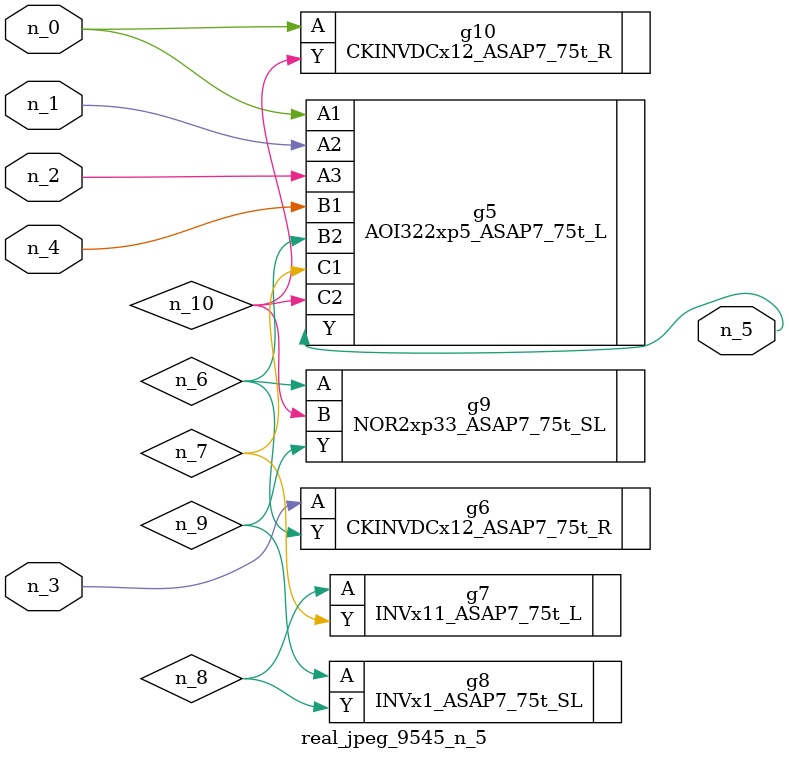
<source format=v>
module real_jpeg_9545_n_5 (n_4, n_0, n_1, n_2, n_3, n_5);

input n_4;
input n_0;
input n_1;
input n_2;
input n_3;

output n_5;

wire n_8;
wire n_6;
wire n_7;
wire n_10;
wire n_9;

AOI322xp5_ASAP7_75t_L g5 ( 
.A1(n_0),
.A2(n_1),
.A3(n_2),
.B1(n_4),
.B2(n_6),
.C1(n_7),
.C2(n_10),
.Y(n_5)
);

CKINVDCx12_ASAP7_75t_R g10 ( 
.A(n_0),
.Y(n_10)
);

CKINVDCx12_ASAP7_75t_R g6 ( 
.A(n_3),
.Y(n_6)
);

NOR2xp33_ASAP7_75t_SL g9 ( 
.A(n_6),
.B(n_10),
.Y(n_9)
);

INVx11_ASAP7_75t_L g7 ( 
.A(n_8),
.Y(n_7)
);

INVx1_ASAP7_75t_SL g8 ( 
.A(n_9),
.Y(n_8)
);


endmodule
</source>
